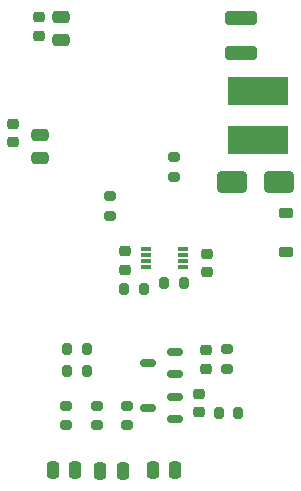
<source format=gbr>
%TF.GenerationSoftware,KiCad,Pcbnew,8.99.0-1896-g1e663268ac*%
%TF.CreationDate,2024-10-16T09:53:04+03:00*%
%TF.ProjectId,diagnostic_tester,64696167-6e6f-4737-9469-635f74657374,rev?*%
%TF.SameCoordinates,Original*%
%TF.FileFunction,Paste,Top*%
%TF.FilePolarity,Positive*%
%FSLAX46Y46*%
G04 Gerber Fmt 4.6, Leading zero omitted, Abs format (unit mm)*
G04 Created by KiCad (PCBNEW 8.99.0-1896-g1e663268ac) date 2024-10-16 09:53:04*
%MOMM*%
%LPD*%
G01*
G04 APERTURE LIST*
G04 Aperture macros list*
%AMRoundRect*
0 Rectangle with rounded corners*
0 $1 Rounding radius*
0 $2 $3 $4 $5 $6 $7 $8 $9 X,Y pos of 4 corners*
0 Add a 4 corners polygon primitive as box body*
4,1,4,$2,$3,$4,$5,$6,$7,$8,$9,$2,$3,0*
0 Add four circle primitives for the rounded corners*
1,1,$1+$1,$2,$3*
1,1,$1+$1,$4,$5*
1,1,$1+$1,$6,$7*
1,1,$1+$1,$8,$9*
0 Add four rect primitives between the rounded corners*
20,1,$1+$1,$2,$3,$4,$5,0*
20,1,$1+$1,$4,$5,$6,$7,0*
20,1,$1+$1,$6,$7,$8,$9,0*
20,1,$1+$1,$8,$9,$2,$3,0*%
G04 Aperture macros list end*
%ADD10RoundRect,0.250000X0.475000X-0.250000X0.475000X0.250000X-0.475000X0.250000X-0.475000X-0.250000X0*%
%ADD11RoundRect,0.225000X-0.250000X0.225000X-0.250000X-0.225000X0.250000X-0.225000X0.250000X0.225000X0*%
%ADD12RoundRect,0.200000X0.200000X0.275000X-0.200000X0.275000X-0.200000X-0.275000X0.200000X-0.275000X0*%
%ADD13RoundRect,0.225000X0.250000X-0.225000X0.250000X0.225000X-0.250000X0.225000X-0.250000X-0.225000X0*%
%ADD14RoundRect,0.200000X-0.275000X0.200000X-0.275000X-0.200000X0.275000X-0.200000X0.275000X0.200000X0*%
%ADD15RoundRect,0.250000X-0.250000X-0.475000X0.250000X-0.475000X0.250000X0.475000X-0.250000X0.475000X0*%
%ADD16RoundRect,0.150000X0.512500X0.150000X-0.512500X0.150000X-0.512500X-0.150000X0.512500X-0.150000X0*%
%ADD17RoundRect,0.200000X0.275000X-0.200000X0.275000X0.200000X-0.275000X0.200000X-0.275000X-0.200000X0*%
%ADD18R,0.850000X0.300000*%
%ADD19RoundRect,0.250000X-1.100000X0.325000X-1.100000X-0.325000X1.100000X-0.325000X1.100000X0.325000X0*%
%ADD20R,5.100000X2.350000*%
%ADD21RoundRect,0.250000X-0.475000X0.250000X-0.475000X-0.250000X0.475000X-0.250000X0.475000X0.250000X0*%
%ADD22RoundRect,0.250000X1.000000X0.650000X-1.000000X0.650000X-1.000000X-0.650000X1.000000X-0.650000X0*%
%ADD23RoundRect,0.225000X-0.375000X0.225000X-0.375000X-0.225000X0.375000X-0.225000X0.375000X0.225000X0*%
G04 APERTURE END LIST*
D10*
%TO.C,C12*%
X79600000Y-50725000D03*
X79600000Y-48825000D03*
%TD*%
D11*
%TO.C,C8*%
X79500000Y-38840000D03*
X79500000Y-40390000D03*
%TD*%
D12*
%TO.C,R5*%
X83565000Y-66940000D03*
X81915000Y-66940000D03*
%TD*%
D13*
%TO.C,C2*%
X93055000Y-72275000D03*
X93055000Y-70725000D03*
%TD*%
D14*
%TO.C,R10*%
X84385000Y-71755000D03*
X84385000Y-73405000D03*
%TD*%
D12*
%TO.C,R8*%
X88360000Y-61835000D03*
X86710000Y-61835000D03*
%TD*%
D14*
%TO.C,R9*%
X86960000Y-71755000D03*
X86960000Y-73405000D03*
%TD*%
D15*
%TO.C,C9*%
X89135000Y-77175000D03*
X91035000Y-77175000D03*
%TD*%
D16*
%TO.C,D1*%
X90987500Y-72890000D03*
X90987500Y-70990000D03*
X88712500Y-71940000D03*
%TD*%
D13*
%TO.C,C4*%
X86830000Y-60210000D03*
X86830000Y-58660000D03*
%TD*%
D16*
%TO.C,D2*%
X90987500Y-69050000D03*
X90987500Y-67150000D03*
X88712500Y-68100000D03*
%TD*%
D12*
%TO.C,R7*%
X91760000Y-61335000D03*
X90110000Y-61335000D03*
%TD*%
D17*
%TO.C,R1*%
X85525000Y-55650000D03*
X85525000Y-54000000D03*
%TD*%
D13*
%TO.C,C3*%
X93660000Y-68590000D03*
X93660000Y-67040000D03*
%TD*%
D18*
%TO.C,U1*%
X88580000Y-58445000D03*
X88580000Y-58945000D03*
X88580000Y-59445000D03*
X88580000Y-59945000D03*
X91680000Y-59945000D03*
X91680000Y-59445000D03*
X91680000Y-58945000D03*
X91680000Y-58445000D03*
%TD*%
D14*
%TO.C,R4*%
X95400000Y-66950000D03*
X95400000Y-68600000D03*
%TD*%
%TO.C,R11*%
X81810000Y-71755000D03*
X81810000Y-73405000D03*
%TD*%
D12*
%TO.C,R3*%
X96375000Y-72350000D03*
X94725000Y-72350000D03*
%TD*%
D19*
%TO.C,C5*%
X96650000Y-38925000D03*
X96650000Y-41875000D03*
%TD*%
D11*
%TO.C,C1*%
X93750000Y-58865000D03*
X93750000Y-60415000D03*
%TD*%
D17*
%TO.C,R2*%
X90930000Y-52335000D03*
X90930000Y-50685000D03*
%TD*%
D13*
%TO.C,C6*%
X77290000Y-49395000D03*
X77290000Y-47845000D03*
%TD*%
D15*
%TO.C,C11*%
X80665000Y-77145000D03*
X82565000Y-77145000D03*
%TD*%
D20*
%TO.C,L1*%
X98075000Y-49275000D03*
X98075000Y-45125000D03*
%TD*%
D21*
%TO.C,C7*%
X81370000Y-38850000D03*
X81370000Y-40750000D03*
%TD*%
D22*
%TO.C,D4*%
X99825000Y-52800000D03*
X95825000Y-52800000D03*
%TD*%
D23*
%TO.C,D3*%
X100425000Y-55425000D03*
X100425000Y-58725000D03*
%TD*%
D15*
%TO.C,C10*%
X84715000Y-77235000D03*
X86615000Y-77235000D03*
%TD*%
D12*
%TO.C,R6*%
X83545000Y-68770000D03*
X81895000Y-68770000D03*
%TD*%
M02*

</source>
